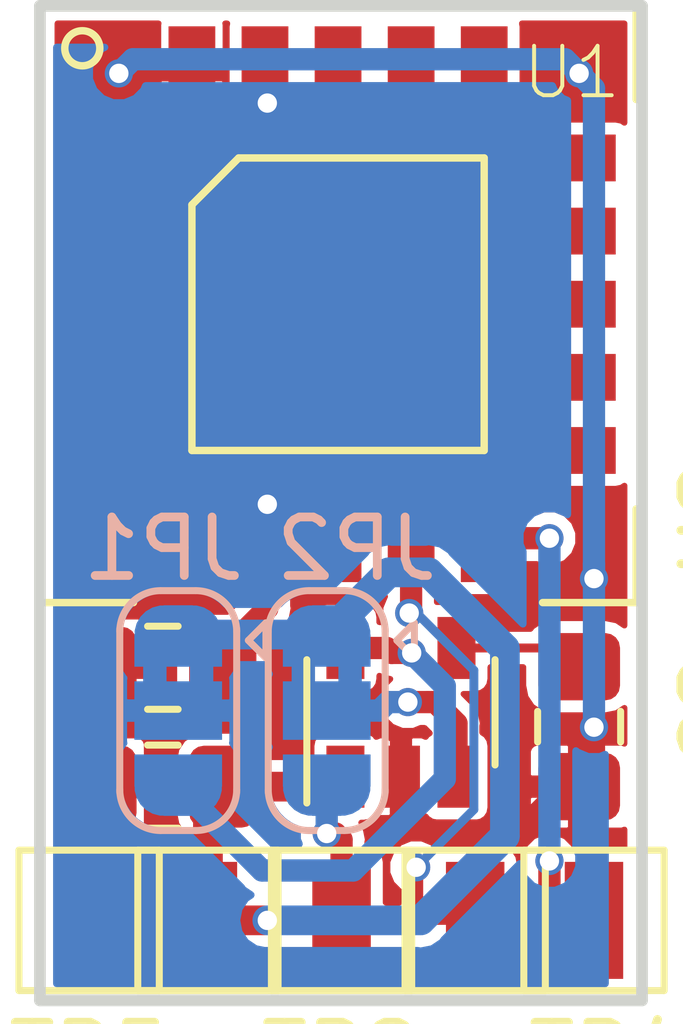
<source format=kicad_pcb>
(kicad_pcb (version 20171130) (host pcbnew 5.0.2+dfsg1-1)

  (general
    (thickness 1.6)
    (drawings 4)
    (tracks 112)
    (zones 0)
    (modules 12)
    (nets 10)
  )

  (page A4)
  (layers
    (0 F.Cu signal)
    (31 B.Cu signal)
    (32 B.Adhes user hide)
    (33 F.Adhes user hide)
    (34 B.Paste user hide)
    (35 F.Paste user hide)
    (36 B.SilkS user hide)
    (37 F.SilkS user hide)
    (38 B.Mask user hide)
    (39 F.Mask user hide)
    (40 Dwgs.User user hide)
    (41 Cmts.User user hide)
    (42 Eco1.User user hide)
    (43 Eco2.User user hide)
    (44 Edge.Cuts user)
    (45 Margin user)
    (46 B.CrtYd user hide)
    (47 F.CrtYd user hide)
    (48 B.Fab user hide)
    (49 F.Fab user hide)
  )

  (setup
    (last_trace_width 0.381)
    (user_trace_width 0.1524)
    (user_trace_width 0.254)
    (user_trace_width 0.381)
    (user_trace_width 0.508)
    (user_trace_width 0.8128)
    (trace_clearance 0.2)
    (zone_clearance 0.15)
    (zone_45_only no)
    (trace_min 0.15)
    (segment_width 0.2)
    (edge_width 0.15)
    (via_size 0.8)
    (via_drill 0.4)
    (via_min_size 0.4)
    (via_min_drill 0.25)
    (user_via 0.4826 0.3302)
    (user_via 0.5 0.4)
    (user_via 1.905 0.254)
    (uvia_size 0.3)
    (uvia_drill 0.1)
    (uvias_allowed no)
    (uvia_min_size 0.2)
    (uvia_min_drill 0.1)
    (pcb_text_width 0.3)
    (pcb_text_size 1.5 1.5)
    (mod_edge_width 0.15)
    (mod_text_size 1 1)
    (mod_text_width 0.15)
    (pad_size 1 2)
    (pad_drill 0)
    (pad_to_mask_clearance 0.051)
    (solder_mask_min_width 0.25)
    (aux_axis_origin 0 0)
    (visible_elements FFFFFF7F)
    (pcbplotparams
      (layerselection 0x010fc_ffffffff)
      (usegerberextensions false)
      (usegerberattributes false)
      (usegerberadvancedattributes false)
      (creategerberjobfile false)
      (excludeedgelayer true)
      (linewidth 0.100000)
      (plotframeref false)
      (viasonmask false)
      (mode 1)
      (useauxorigin false)
      (hpglpennumber 1)
      (hpglpenspeed 20)
      (hpglpendiameter 15.000000)
      (psnegative false)
      (psa4output false)
      (plotreference true)
      (plotvalue true)
      (plotinvisibletext false)
      (padsonsilk false)
      (subtractmaskfromsilk false)
      (outputformat 1)
      (mirror false)
      (drillshape 1)
      (scaleselection 1)
      (outputdirectory ""))
  )

  (net 0 "")
  (net 1 Vin)
  (net 2 GPIO0)
  (net 3 SCL)
  (net 4 SDA)
  (net 5 GND)
  (net 6 "Net-(JP2-Pad2)")
  (net 7 "Net-(C2-Pad1)")
  (net 8 "Net-(JP1-Pad3)")
  (net 9 "Net-(C3-Pad1)")

  (net_class Default "This is the default net class."
    (clearance 0.2)
    (trace_width 0.25)
    (via_dia 0.8)
    (via_drill 0.4)
    (uvia_dia 0.3)
    (uvia_drill 0.1)
    (add_net GND)
    (add_net GPIO0)
    (add_net "Net-(C2-Pad1)")
    (add_net "Net-(C3-Pad1)")
    (add_net "Net-(JP1-Pad3)")
    (add_net "Net-(JP2-Pad2)")
    (add_net SCL)
    (add_net SDA)
    (add_net Vin)
  )

  (module scd40:SCD40-D-R2 (layer F.Cu) (tedit 0) (tstamp 612C8135)
    (at 149.8 93.1)
    (path /612090E9)
    (fp_text reference U1 (at 4.886 -4.454) (layer F.SilkS)
      (effects (font (size 0.84455 0.84455) (thickness 0.067564)) (justify right top))
    )
    (fp_text value SCD40-D-R2 (at 0 0) (layer F.SilkS) hide
      (effects (font (size 1.27 1.27) (thickness 0.15)))
    )
    (fp_line (start -5.05 5.05) (end 5.05 5.05) (layer Cmts.User) (width 0.127))
    (fp_line (start -5.05 5.05) (end -5.05 -5.05) (layer Cmts.User) (width 0.127))
    (fp_line (start 5.05 5.05) (end 5.05 -5.05) (layer Cmts.User) (width 0.127))
    (fp_line (start 5.05 -5.05) (end -5.05 -5.05) (layer Cmts.User) (width 0.127))
    (fp_line (start -4.25 2.65) (end -4.25 -2.65) (layer Cmts.User) (width 0.127))
    (fp_line (start 4.25 2.65) (end 4.25 -2.65) (layer Cmts.User) (width 0.127))
    (fp_line (start 2.65 -4.25) (end -2.65 -4.25) (layer Cmts.User) (width 0.127))
    (fp_line (start 2.65 4.25) (end -2.65 4.25) (layer Cmts.User) (width 0.127))
    (fp_arc (start -2.65 -2.65) (end -4.25 -2.65) (angle 90) (layer Cmts.User) (width 0.127))
    (fp_arc (start 2.65 -2.65) (end 2.65 -4.25) (angle 90) (layer Cmts.User) (width 0.127))
    (fp_arc (start -2.65 -2.65) (end -4.25 -2.65) (angle 90) (layer Cmts.User) (width 0.127))
    (fp_arc (start -2.65 2.65) (end -2.65 4.25) (angle 90) (layer Cmts.User) (width 0.127))
    (fp_arc (start 2.65 2.65) (end 4.25 2.65) (angle 90) (layer Cmts.User) (width 0.127))
    (fp_line (start 2.5 -2.5) (end 2.5 2.5) (layer F.SilkS) (width 0.127))
    (fp_line (start -2.5 2.5) (end -2.5 -1.7) (layer F.SilkS) (width 0.127))
    (fp_line (start 2.5 2.5) (end -2.5 2.5) (layer F.SilkS) (width 0.127))
    (fp_line (start -2.5 -1.7) (end -1.7 -2.5) (layer F.SilkS) (width 0.127))
    (fp_line (start 2.5 -2.5) (end -1.7 -2.5) (layer F.SilkS) (width 0.127))
    (fp_poly (pts (xy -4.75 -2.1) (xy -3.25 -2.1) (xy -3.25 -2.65) (xy -3.5 -2.9)
      (xy -4.75 -2.9)) (layer Dwgs.User) (width 0))
    (fp_poly (pts (xy -3.45 -3) (xy -3.15 -2.7) (xy -3.15 -2) (xy -4.85 -2)
      (xy -4.85 -3)) (layer F.Mask) (width 0))
    (fp_circle (center -4.375 -4.375) (end -4.075 -4.375) (layer F.SilkS) (width 0.127))
    (fp_line (start -5.1 5.1) (end -3.5 5.1) (layer F.SilkS) (width 0.127))
    (fp_line (start -5.1 5.1) (end -5.1 3.5) (layer F.SilkS) (width 0.127))
    (fp_line (start 5.1 5.1) (end 5.1 3.5) (layer F.SilkS) (width 0.127))
    (fp_line (start 5.1 5.1) (end 3.5 5.1) (layer F.SilkS) (width 0.127))
    (fp_line (start 5.1 -5.1) (end 3.5 -5.1) (layer F.SilkS) (width 0.127))
    (fp_line (start 5.1 -5.1) (end 5.1 -3.5) (layer F.SilkS) (width 0.127))
    (fp_line (start -5.1 -5.1) (end -5.1 -3.5) (layer F.SilkS) (width 0.127))
    (fp_line (start -5.1 -5.1) (end -3.5 -5.1) (layer F.SilkS) (width 0.127))
    (fp_poly (pts (xy -4.75 -2.9) (xy -4.75 -2.1) (xy -3.25 -2.1) (xy -3.25 -2.65)
      (xy -3.5 -2.9)) (layer F.Paste) (width 0))
    (pad 21 smd roundrect (at 0 0) (size 4.8 4.8) (layers F.Cu F.Paste F.Mask) (roundrect_rratio 0.025)
      (net 5 GND) (solder_mask_margin 0.1016))
    (pad 1 smd rect (at -4 -2.5 90) (size 0.8 0.8) (layers F.Cu F.Paste F.Mask)
      (solder_mask_margin 0.1016))
    (pad 2 smd rect (at -4 -1.25 90) (size 0.8 1.5) (layers F.Cu F.Paste F.Mask)
      (solder_mask_margin 0.1016))
    (pad 3 smd rect (at -4 0 90) (size 0.8 1.5) (layers F.Cu F.Paste F.Mask)
      (solder_mask_margin 0.1016))
    (pad 4 smd rect (at -4 1.25 90) (size 0.8 1.5) (layers F.Cu F.Paste F.Mask)
      (solder_mask_margin 0.1016))
    (pad 5 smd rect (at -4 2.5 90) (size 0.8 1.5) (layers F.Cu F.Paste F.Mask)
      (solder_mask_margin 0.1016))
    (pad 6 smd rect (at -2.5 4 180) (size 0.8 1.5) (layers F.Cu F.Paste F.Mask)
      (net 5 GND) (solder_mask_margin 0.1016))
    (pad 7 smd rect (at -1.25 4 180) (size 0.8 1.5) (layers F.Cu F.Paste F.Mask)
      (net 9 "Net-(C3-Pad1)") (solder_mask_margin 0.1016))
    (pad 8 smd rect (at 0 4 180) (size 0.8 1.5) (layers F.Cu F.Paste F.Mask)
      (solder_mask_margin 0.1016))
    (pad 9 smd rect (at 1.25 4 180) (size 0.8 1.5) (layers F.Cu F.Paste F.Mask)
      (net 3 SCL) (solder_mask_margin 0.1016))
    (pad 10 smd rect (at 2.5 4 180) (size 0.8 1.5) (layers F.Cu F.Paste F.Mask)
      (net 4 SDA) (solder_mask_margin 0.1016))
    (pad 11 smd rect (at 4 2.5 270) (size 0.8 1.5) (layers F.Cu F.Paste F.Mask)
      (solder_mask_margin 0.1016))
    (pad 12 smd rect (at 4 1.25 270) (size 0.8 1.5) (layers F.Cu F.Paste F.Mask)
      (solder_mask_margin 0.1016))
    (pad 13 smd rect (at 4 0 270) (size 0.8 1.5) (layers F.Cu F.Paste F.Mask)
      (solder_mask_margin 0.1016))
    (pad 14 smd rect (at 4 -1.25 270) (size 0.8 1.5) (layers F.Cu F.Paste F.Mask)
      (solder_mask_margin 0.1016))
    (pad 15 smd rect (at 4 -2.5 270) (size 0.8 1.5) (layers F.Cu F.Paste F.Mask)
      (solder_mask_margin 0.1016))
    (pad 16 smd rect (at 2.5 -4) (size 0.8 1.5) (layers F.Cu F.Paste F.Mask)
      (solder_mask_margin 0.1016))
    (pad 17 smd rect (at 1.25 -4) (size 0.8 1.5) (layers F.Cu F.Paste F.Mask)
      (solder_mask_margin 0.1016))
    (pad 18 smd rect (at 0 -4) (size 0.8 1.5) (layers F.Cu F.Paste F.Mask)
      (solder_mask_margin 0.1016))
    (pad 19 smd rect (at -1.25 -4) (size 0.8 1.5) (layers F.Cu F.Paste F.Mask)
      (net 9 "Net-(C3-Pad1)") (solder_mask_margin 0.1016))
    (pad 20 smd rect (at -2.5 -4) (size 0.8 1.5) (layers F.Cu F.Paste F.Mask)
      (net 5 GND) (solder_mask_margin 0.1016))
  )

  (module Capacitor_SMD:C_0805_2012Metric_Pad1.15x1.40mm_HandSolder (layer F.Cu) (tedit 5B36C52B) (tstamp 612C8F90)
    (at 146.803 99.314 180)
    (descr "Capacitor SMD 0805 (2012 Metric), square (rectangular) end terminal, IPC_7351 nominal with elongated pad for handsoldering. (Body size source: https://docs.google.com/spreadsheets/d/1BsfQQcO9C6DZCsRaXUlFlo91Tg2WpOkGARC1WS5S8t0/edit?usp=sharing), generated with kicad-footprint-generator")
    (tags "capacitor handsolder")
    (path /61209EE7)
    (attr smd)
    (fp_text reference C3 (at 4.055 0 180) (layer F.SilkS)
      (effects (font (size 1 1) (thickness 0.15)))
    )
    (fp_text value 1uF (at 0 1.65 180) (layer F.Fab)
      (effects (font (size 1 1) (thickness 0.15)))
    )
    (fp_text user %R (at 0 0 180) (layer F.Fab)
      (effects (font (size 0.5 0.5) (thickness 0.08)))
    )
    (fp_line (start 1.85 0.95) (end -1.85 0.95) (layer F.CrtYd) (width 0.05))
    (fp_line (start 1.85 -0.95) (end 1.85 0.95) (layer F.CrtYd) (width 0.05))
    (fp_line (start -1.85 -0.95) (end 1.85 -0.95) (layer F.CrtYd) (width 0.05))
    (fp_line (start -1.85 0.95) (end -1.85 -0.95) (layer F.CrtYd) (width 0.05))
    (fp_line (start -0.261252 0.71) (end 0.261252 0.71) (layer F.SilkS) (width 0.12))
    (fp_line (start -0.261252 -0.71) (end 0.261252 -0.71) (layer F.SilkS) (width 0.12))
    (fp_line (start 1 0.6) (end -1 0.6) (layer F.Fab) (width 0.1))
    (fp_line (start 1 -0.6) (end 1 0.6) (layer F.Fab) (width 0.1))
    (fp_line (start -1 -0.6) (end 1 -0.6) (layer F.Fab) (width 0.1))
    (fp_line (start -1 0.6) (end -1 -0.6) (layer F.Fab) (width 0.1))
    (pad 2 smd roundrect (at 1.025 0 180) (size 1.15 1.4) (layers F.Cu F.Paste F.Mask) (roundrect_rratio 0.217391)
      (net 5 GND))
    (pad 1 smd roundrect (at -1.025 0 180) (size 1.15 1.4) (layers F.Cu F.Paste F.Mask) (roundrect_rratio 0.217391)
      (net 9 "Net-(C3-Pad1)"))
    (model ${KISYS3DMOD}/Capacitor_SMD.3dshapes/C_0805_2012Metric.wrl
      (at (xyz 0 0 0))
      (scale (xyz 1 1 1))
      (rotate (xyz 0 0 0))
    )
  )

  (module Capacitor_SMD:C_0805_2012Metric_Pad1.15x1.40mm_HandSolder (layer F.Cu) (tedit 612077D9) (tstamp 612C8B66)
    (at 153.924 100.321 270)
    (descr "Capacitor SMD 0805 (2012 Metric), square (rectangular) end terminal, IPC_7351 nominal with elongated pad for handsoldering. (Body size source: https://docs.google.com/spreadsheets/d/1BsfQQcO9C6DZCsRaXUlFlo91Tg2WpOkGARC1WS5S8t0/edit?usp=sharing), generated with kicad-footprint-generator")
    (tags "capacitor handsolder")
    (path /61209EA1)
    (attr smd)
    (fp_text reference C2 (at -0.245 -2.286 270) (layer F.SilkS)
      (effects (font (size 1 1) (thickness 0.15)))
    )
    (fp_text value .01uF (at 0 1.65 270) (layer F.Fab)
      (effects (font (size 1 1) (thickness 0.15)))
    )
    (fp_text user %R (at 0 0 270) (layer F.Fab)
      (effects (font (size 0.5 0.5) (thickness 0.08)))
    )
    (fp_line (start 1.85 0.95) (end -1.85 0.95) (layer F.CrtYd) (width 0.05))
    (fp_line (start 1.85 -0.95) (end 1.85 0.95) (layer F.CrtYd) (width 0.05))
    (fp_line (start -1.85 -0.95) (end 1.85 -0.95) (layer F.CrtYd) (width 0.05))
    (fp_line (start -1.85 0.95) (end -1.85 -0.95) (layer F.CrtYd) (width 0.05))
    (fp_line (start -0.261252 0.71) (end 0.261252 0.71) (layer F.SilkS) (width 0.12))
    (fp_line (start -0.261252 -0.71) (end 0.261252 -0.71) (layer F.SilkS) (width 0.12))
    (fp_line (start 1 0.6) (end -1 0.6) (layer F.Fab) (width 0.1))
    (fp_line (start 1 -0.6) (end 1 0.6) (layer F.Fab) (width 0.1))
    (fp_line (start -1 -0.6) (end 1 -0.6) (layer F.Fab) (width 0.1))
    (fp_line (start -1 0.6) (end -1 -0.6) (layer F.Fab) (width 0.1))
    (pad 2 smd roundrect (at 1.025 0 270) (size 1.15 1.4) (layers F.Cu F.Paste F.Mask) (roundrect_rratio 0.217391)
      (net 5 GND))
    (pad 1 smd roundrect (at -1.025 0 270) (size 1.15 1.4) (layers F.Cu F.Paste F.Mask) (roundrect_rratio 0.217391)
      (net 7 "Net-(C2-Pad1)"))
    (model ${KISYS3DMOD}/Capacitor_SMD.3dshapes/C_0805_2012Metric.wrl
      (at (xyz 0 0 0))
      (scale (xyz 1 1 1))
      (rotate (xyz 0 0 0))
    )
  )

  (module Capacitor_SMD:C_0805_2012Metric_Pad1.15x1.40mm_HandSolder (layer F.Cu) (tedit 5B36C52B) (tstamp 612C8F6E)
    (at 146.803 101.346 180)
    (descr "Capacitor SMD 0805 (2012 Metric), square (rectangular) end terminal, IPC_7351 nominal with elongated pad for handsoldering. (Body size source: https://docs.google.com/spreadsheets/d/1BsfQQcO9C6DZCsRaXUlFlo91Tg2WpOkGARC1WS5S8t0/edit?usp=sharing), generated with kicad-footprint-generator")
    (tags "capacitor handsolder")
    (path /61209E71)
    (attr smd)
    (fp_text reference C1 (at 4.055 0 180) (layer F.SilkS)
      (effects (font (size 1 1) (thickness 0.15)))
    )
    (fp_text value .1uF (at 0 1.65 180) (layer F.Fab)
      (effects (font (size 1 1) (thickness 0.15)))
    )
    (fp_text user %R (at 0 0 180) (layer F.Fab)
      (effects (font (size 0.5 0.5) (thickness 0.08)))
    )
    (fp_line (start 1.85 0.95) (end -1.85 0.95) (layer F.CrtYd) (width 0.05))
    (fp_line (start 1.85 -0.95) (end 1.85 0.95) (layer F.CrtYd) (width 0.05))
    (fp_line (start -1.85 -0.95) (end 1.85 -0.95) (layer F.CrtYd) (width 0.05))
    (fp_line (start -1.85 0.95) (end -1.85 -0.95) (layer F.CrtYd) (width 0.05))
    (fp_line (start -0.261252 0.71) (end 0.261252 0.71) (layer F.SilkS) (width 0.12))
    (fp_line (start -0.261252 -0.71) (end 0.261252 -0.71) (layer F.SilkS) (width 0.12))
    (fp_line (start 1 0.6) (end -1 0.6) (layer F.Fab) (width 0.1))
    (fp_line (start 1 -0.6) (end 1 0.6) (layer F.Fab) (width 0.1))
    (fp_line (start -1 -0.6) (end 1 -0.6) (layer F.Fab) (width 0.1))
    (fp_line (start -1 0.6) (end -1 -0.6) (layer F.Fab) (width 0.1))
    (pad 2 smd roundrect (at 1.025 0 180) (size 1.15 1.4) (layers F.Cu F.Paste F.Mask) (roundrect_rratio 0.217391)
      (net 5 GND))
    (pad 1 smd roundrect (at -1.025 0 180) (size 1.15 1.4) (layers F.Cu F.Paste F.Mask) (roundrect_rratio 0.217391)
      (net 1 Vin))
    (model ${KISYS3DMOD}/Capacitor_SMD.3dshapes/C_0805_2012Metric.wrl
      (at (xyz 0 0 0))
      (scale (xyz 1 1 1))
      (rotate (xyz 0 0 0))
    )
  )

  (module Jumper:SolderJumper-3_P1.3mm_Bridged2Bar12_RoundedPad1.0x1.5mm (layer B.Cu) (tedit 5B39197B) (tstamp 612C8F5D)
    (at 149.606 100.046 270)
    (descr "SMD Solder 3-pad Jumper, 1x1.5mm rounded Pads, 0.3mm gap, pads 1-2 Bridged2Bar with 2 copper strip")
    (tags "solder jumper open")
    (path /6120FF72)
    (attr virtual)
    (fp_text reference JP2 (at -2.764 -0.508) (layer B.SilkS)
      (effects (font (size 1 1) (thickness 0.15)) (justify mirror))
    )
    (fp_text value "EN SEL" (at 0 -1.9 270) (layer B.Fab)
      (effects (font (size 1 1) (thickness 0.15)) (justify mirror))
    )
    (fp_arc (start -1.35 0.3) (end -1.35 1) (angle 90) (layer B.SilkS) (width 0.12))
    (fp_arc (start -1.35 -0.3) (end -2.05 -0.3) (angle 90) (layer B.SilkS) (width 0.12))
    (fp_arc (start 1.35 -0.3) (end 1.35 -1) (angle 90) (layer B.SilkS) (width 0.12))
    (fp_arc (start 1.35 0.3) (end 2.05 0.3) (angle 90) (layer B.SilkS) (width 0.12))
    (fp_line (start 2.3 -1.25) (end -2.3 -1.25) (layer B.CrtYd) (width 0.05))
    (fp_line (start 2.3 -1.25) (end 2.3 1.25) (layer B.CrtYd) (width 0.05))
    (fp_line (start -2.3 1.25) (end -2.3 -1.25) (layer B.CrtYd) (width 0.05))
    (fp_line (start -2.3 1.25) (end 2.3 1.25) (layer B.CrtYd) (width 0.05))
    (fp_line (start -1.4 1) (end 1.4 1) (layer B.SilkS) (width 0.12))
    (fp_line (start 2.05 0.3) (end 2.05 -0.3) (layer B.SilkS) (width 0.12))
    (fp_line (start 1.4 -1) (end -1.4 -1) (layer B.SilkS) (width 0.12))
    (fp_line (start -2.05 -0.3) (end -2.05 0.3) (layer B.SilkS) (width 0.12))
    (fp_line (start -1.2 -1.2) (end -1.5 -1.5) (layer B.SilkS) (width 0.12))
    (fp_line (start -1.5 -1.5) (end -0.9 -1.5) (layer B.SilkS) (width 0.12))
    (fp_line (start -1.2 -1.2) (end -0.9 -1.5) (layer B.SilkS) (width 0.12))
    (pad 2 smd rect (at 0 0 270) (size 1 1.5) (layers B.Cu B.Mask)
      (net 6 "Net-(JP2-Pad2)"))
    (pad 3 smd custom (at 1.3 0 270) (size 1 0.5) (layers B.Cu B.Mask)
      (net 2 GPIO0) (zone_connect 0)
      (options (clearance outline) (anchor rect))
      (primitives
        (gr_circle (center 0 -0.25) (end 0.5 -0.25) (width 0))
        (gr_circle (center 0 0.25) (end 0.5 0.25) (width 0))
        (gr_poly (pts
           (xy -0.55 0.75) (xy 0 0.75) (xy 0 -0.75) (xy -0.55 -0.75)) (width 0))
      ))
    (pad 1 smd custom (at -1.3 0 270) (size 1 0.5) (layers B.Cu B.Mask)
      (net 1 Vin) (zone_connect 0)
      (options (clearance outline) (anchor rect))
      (primitives
        (gr_circle (center 0 -0.25) (end 0.5 -0.25) (width 0))
        (gr_circle (center 0 0.25) (end 0.5 0.25) (width 0))
        (gr_poly (pts
           (xy 0.55 0.75) (xy 0 0.75) (xy 0 -0.75) (xy 0.55 -0.75)) (width 0))
        (gr_poly (pts
           (xy 0.4 0.6) (xy 0.9 0.6) (xy 0.9 0.2) (xy 0.4 0.2)) (width 0))
        (gr_poly (pts
           (xy 0.4 -0.2) (xy 0.9 -0.2) (xy 0.9 -0.6) (xy 0.4 -0.6)) (width 0))
      ))
  )

  (module Jumper:SolderJumper-3_P1.3mm_Bridged2Bar12_RoundedPad1.0x1.5mm (layer B.Cu) (tedit 5B39197B) (tstamp 612C9032)
    (at 147.066 100.046 270)
    (descr "SMD Solder 3-pad Jumper, 1x1.5mm rounded Pads, 0.3mm gap, pads 1-2 Bridged2Bar with 2 copper strip")
    (tags "solder jumper open")
    (path /6120973C)
    (attr virtual)
    (fp_text reference JP1 (at -2.764 0.254) (layer B.SilkS)
      (effects (font (size 1 1) (thickness 0.15)) (justify mirror))
    )
    (fp_text value "V SELECT" (at 0 -1.9 270) (layer B.Fab)
      (effects (font (size 1 1) (thickness 0.15)) (justify mirror))
    )
    (fp_arc (start -1.35 0.3) (end -1.35 1) (angle 90) (layer B.SilkS) (width 0.12))
    (fp_arc (start -1.35 -0.3) (end -2.05 -0.3) (angle 90) (layer B.SilkS) (width 0.12))
    (fp_arc (start 1.35 -0.3) (end 1.35 -1) (angle 90) (layer B.SilkS) (width 0.12))
    (fp_arc (start 1.35 0.3) (end 2.05 0.3) (angle 90) (layer B.SilkS) (width 0.12))
    (fp_line (start 2.3 -1.25) (end -2.3 -1.25) (layer B.CrtYd) (width 0.05))
    (fp_line (start 2.3 -1.25) (end 2.3 1.25) (layer B.CrtYd) (width 0.05))
    (fp_line (start -2.3 1.25) (end -2.3 -1.25) (layer B.CrtYd) (width 0.05))
    (fp_line (start -2.3 1.25) (end 2.3 1.25) (layer B.CrtYd) (width 0.05))
    (fp_line (start -1.4 1) (end 1.4 1) (layer B.SilkS) (width 0.12))
    (fp_line (start 2.05 0.3) (end 2.05 -0.3) (layer B.SilkS) (width 0.12))
    (fp_line (start 1.4 -1) (end -1.4 -1) (layer B.SilkS) (width 0.12))
    (fp_line (start -2.05 -0.3) (end -2.05 0.3) (layer B.SilkS) (width 0.12))
    (fp_line (start -1.2 -1.2) (end -1.5 -1.5) (layer B.SilkS) (width 0.12))
    (fp_line (start -1.5 -1.5) (end -0.9 -1.5) (layer B.SilkS) (width 0.12))
    (fp_line (start -1.2 -1.2) (end -0.9 -1.5) (layer B.SilkS) (width 0.12))
    (pad 2 smd rect (at 0 0 270) (size 1 1.5) (layers B.Cu B.Mask)
      (net 9 "Net-(C3-Pad1)"))
    (pad 3 smd custom (at 1.3 0 270) (size 1 0.5) (layers B.Cu B.Mask)
      (net 8 "Net-(JP1-Pad3)") (zone_connect 0)
      (options (clearance outline) (anchor rect))
      (primitives
        (gr_circle (center 0 -0.25) (end 0.5 -0.25) (width 0))
        (gr_circle (center 0 0.25) (end 0.5 0.25) (width 0))
        (gr_poly (pts
           (xy -0.55 0.75) (xy 0 0.75) (xy 0 -0.75) (xy -0.55 -0.75)) (width 0))
      ))
    (pad 1 smd custom (at -1.3 0 270) (size 1 0.5) (layers B.Cu B.Mask)
      (net 1 Vin) (zone_connect 0)
      (options (clearance outline) (anchor rect))
      (primitives
        (gr_circle (center 0 -0.25) (end 0.5 -0.25) (width 0))
        (gr_circle (center 0 0.25) (end 0.5 0.25) (width 0))
        (gr_poly (pts
           (xy 0.55 0.75) (xy 0 0.75) (xy 0 -0.75) (xy 0.55 -0.75)) (width 0))
        (gr_poly (pts
           (xy 0.4 0.6) (xy 0.9 0.6) (xy 0.9 0.2) (xy 0.4 0.2)) (width 0))
        (gr_poly (pts
           (xy 0.4 -0.2) (xy 0.9 -0.2) (xy 0.9 -0.6) (xy 0.4 -0.6)) (width 0))
      ))
  )

  (module Package_TO_SOT_SMD:SOT-23-5 (layer F.Cu) (tedit 5A02FF57) (tstamp 612C8331)
    (at 150.876 100.076 90)
    (descr "5-pin SOT23 package")
    (tags SOT-23-5)
    (path /6120960D)
    (attr smd)
    (fp_text reference U2 (at 3.302 5.334 90) (layer F.SilkS)
      (effects (font (size 1 1) (thickness 0.15)))
    )
    (fp_text value NJM2882F33 (at 0 2.9 90) (layer F.Fab)
      (effects (font (size 1 1) (thickness 0.15)))
    )
    (fp_line (start 0.9 -1.55) (end 0.9 1.55) (layer F.Fab) (width 0.1))
    (fp_line (start 0.9 1.55) (end -0.9 1.55) (layer F.Fab) (width 0.1))
    (fp_line (start -0.9 -0.9) (end -0.9 1.55) (layer F.Fab) (width 0.1))
    (fp_line (start 0.9 -1.55) (end -0.25 -1.55) (layer F.Fab) (width 0.1))
    (fp_line (start -0.9 -0.9) (end -0.25 -1.55) (layer F.Fab) (width 0.1))
    (fp_line (start -1.9 1.8) (end -1.9 -1.8) (layer F.CrtYd) (width 0.05))
    (fp_line (start 1.9 1.8) (end -1.9 1.8) (layer F.CrtYd) (width 0.05))
    (fp_line (start 1.9 -1.8) (end 1.9 1.8) (layer F.CrtYd) (width 0.05))
    (fp_line (start -1.9 -1.8) (end 1.9 -1.8) (layer F.CrtYd) (width 0.05))
    (fp_line (start 0.9 -1.61) (end -1.55 -1.61) (layer F.SilkS) (width 0.12))
    (fp_line (start -0.9 1.61) (end 0.9 1.61) (layer F.SilkS) (width 0.12))
    (fp_text user %R (at 0 0 180) (layer F.Fab)
      (effects (font (size 0.5 0.5) (thickness 0.075)))
    )
    (pad 5 smd rect (at 1.1 -0.95 90) (size 1.06 0.65) (layers F.Cu F.Paste F.Mask)
      (net 8 "Net-(JP1-Pad3)"))
    (pad 4 smd rect (at 1.1 0.95 90) (size 1.06 0.65) (layers F.Cu F.Paste F.Mask)
      (net 7 "Net-(C2-Pad1)"))
    (pad 3 smd rect (at -1.1 0.95 90) (size 1.06 0.65) (layers F.Cu F.Paste F.Mask)
      (net 6 "Net-(JP2-Pad2)"))
    (pad 2 smd rect (at -1.1 0 90) (size 1.06 0.65) (layers F.Cu F.Paste F.Mask)
      (net 5 GND))
    (pad 1 smd rect (at -1.1 -0.95 90) (size 1.06 0.65) (layers F.Cu F.Paste F.Mask)
      (net 1 Vin))
    (model ${KISYS3DMOD}/Package_TO_SOT_SMD.3dshapes/SOT-23-5.wrl
      (at (xyz 0 0 0))
      (scale (xyz 1 1 1))
      (rotate (xyz 0 0 0))
    )
  )

  (module TestPoint:TestPoint_Pad_2.0x2.0mm (layer F.Cu) (tedit 61201B4B) (tstamp 612C8A81)
    (at 145.542 103.632)
    (descr "SMD rectangular pad as test Point, square 2.0mm side length")
    (tags "test point SMD pad rectangle square")
    (path /61213A6A)
    (attr virtual)
    (fp_text reference TP5 (at 0 2.286) (layer F.SilkS)
      (effects (font (size 1 1) (thickness 0.15)))
    )
    (fp_text value TestPoint (at 0 2.05) (layer F.Fab)
      (effects (font (size 1 1) (thickness 0.15)))
    )
    (fp_line (start 1.5 1.5) (end -1.5 1.5) (layer F.CrtYd) (width 0.05))
    (fp_line (start 1.5 1.5) (end 1.5 -1.5) (layer F.CrtYd) (width 0.05))
    (fp_line (start -1.5 -1.5) (end -1.5 1.5) (layer F.CrtYd) (width 0.05))
    (fp_line (start -1.5 -1.5) (end 1.5 -1.5) (layer F.CrtYd) (width 0.05))
    (fp_line (start -1.2 1.2) (end -1.2 -1.2) (layer F.SilkS) (width 0.12))
    (fp_line (start 1.2 1.2) (end -1.2 1.2) (layer F.SilkS) (width 0.12))
    (fp_line (start 1.2 -1.2) (end 1.2 1.2) (layer F.SilkS) (width 0.12))
    (fp_line (start -1.2 -1.2) (end 1.2 -1.2) (layer F.SilkS) (width 0.12))
    (fp_text user %R (at 0 -2) (layer F.Fab)
      (effects (font (size 1 1) (thickness 0.15)))
    )
    (pad 1 smd rect (at 0 0) (size 1 2) (layers F.Cu F.Mask)
      (net 5 GND))
  )

  (module TestPoint:TestPoint_Pad_2.0x2.0mm (layer F.Cu) (tedit 612077E2) (tstamp 612C83C3)
    (at 154.178 103.632)
    (descr "SMD rectangular pad as test Point, square 2.0mm side length")
    (tags "test point SMD pad rectangle square")
    (path /612134BE)
    (attr virtual)
    (fp_text reference TP4 (at 0.254 2.286) (layer F.SilkS)
      (effects (font (size 1 1) (thickness 0.15)))
    )
    (fp_text value TestPoint (at 0 2.05) (layer F.Fab)
      (effects (font (size 1 1) (thickness 0.15)))
    )
    (fp_line (start 1.5 1.5) (end -1.5 1.5) (layer F.CrtYd) (width 0.05))
    (fp_line (start 1.5 1.5) (end 1.5 -1.5) (layer F.CrtYd) (width 0.05))
    (fp_line (start -1.5 -1.5) (end -1.5 1.5) (layer F.CrtYd) (width 0.05))
    (fp_line (start -1.5 -1.5) (end 1.5 -1.5) (layer F.CrtYd) (width 0.05))
    (fp_line (start -1.2 1.2) (end -1.2 -1.2) (layer F.SilkS) (width 0.12))
    (fp_line (start 1.2 1.2) (end -1.2 1.2) (layer F.SilkS) (width 0.12))
    (fp_line (start 1.2 -1.2) (end 1.2 1.2) (layer F.SilkS) (width 0.12))
    (fp_line (start -1.2 -1.2) (end 1.2 -1.2) (layer F.SilkS) (width 0.12))
    (fp_text user %R (at 0 -2) (layer F.Fab)
      (effects (font (size 1 1) (thickness 0.15)))
    )
    (pad 1 smd rect (at 0 0) (size 1 2) (layers F.Cu F.Mask)
      (net 4 SDA))
  )

  (module TestPoint:TestPoint_Pad_2.0x2.0mm (layer F.Cu) (tedit 61201B5D) (tstamp 612C8F00)
    (at 152.146 103.632)
    (descr "SMD rectangular pad as test Point, square 2.0mm side length")
    (tags "test point SMD pad rectangle square")
    (path /61212F57)
    (attr virtual)
    (fp_text reference TP3 (at 0 3.81) (layer F.SilkS)
      (effects (font (size 1 1) (thickness 0.15)))
    )
    (fp_text value TestPoint (at 0 2.05) (layer F.Fab)
      (effects (font (size 1 1) (thickness 0.15)))
    )
    (fp_line (start 1.5 1.5) (end -1.5 1.5) (layer F.CrtYd) (width 0.05))
    (fp_line (start 1.5 1.5) (end 1.5 -1.5) (layer F.CrtYd) (width 0.05))
    (fp_line (start -1.5 -1.5) (end -1.5 1.5) (layer F.CrtYd) (width 0.05))
    (fp_line (start -1.5 -1.5) (end 1.5 -1.5) (layer F.CrtYd) (width 0.05))
    (fp_line (start -1.2 1.2) (end -1.2 -1.2) (layer F.SilkS) (width 0.12))
    (fp_line (start 1.2 1.2) (end -1.2 1.2) (layer F.SilkS) (width 0.12))
    (fp_line (start 1.2 -1.2) (end 1.2 1.2) (layer F.SilkS) (width 0.12))
    (fp_line (start -1.2 -1.2) (end 1.2 -1.2) (layer F.SilkS) (width 0.12))
    (fp_text user %R (at 0 -2) (layer F.Fab)
      (effects (font (size 1 1) (thickness 0.15)))
    )
    (pad 1 smd rect (at 0 0) (size 1 2) (layers F.Cu F.Mask)
      (net 3 SCL))
  )

  (module TestPoint:TestPoint_Pad_2.0x2.0mm (layer F.Cu) (tedit 61201B62) (tstamp 612C8F6E)
    (at 149.86 103.632)
    (descr "SMD rectangular pad as test Point, square 2.0mm side length")
    (tags "test point SMD pad rectangle square")
    (path /61212A28)
    (attr virtual)
    (fp_text reference TP2 (at 0 2.286) (layer F.SilkS)
      (effects (font (size 1 1) (thickness 0.15)))
    )
    (fp_text value TestPoint (at 0 2.05) (layer F.Fab)
      (effects (font (size 1 1) (thickness 0.15)))
    )
    (fp_line (start 1.5 1.5) (end -1.5 1.5) (layer F.CrtYd) (width 0.05))
    (fp_line (start 1.5 1.5) (end 1.5 -1.5) (layer F.CrtYd) (width 0.05))
    (fp_line (start -1.5 -1.5) (end -1.5 1.5) (layer F.CrtYd) (width 0.05))
    (fp_line (start -1.5 -1.5) (end 1.5 -1.5) (layer F.CrtYd) (width 0.05))
    (fp_line (start -1.2 1.2) (end -1.2 -1.2) (layer F.SilkS) (width 0.12))
    (fp_line (start 1.2 1.2) (end -1.2 1.2) (layer F.SilkS) (width 0.12))
    (fp_line (start 1.2 -1.2) (end 1.2 1.2) (layer F.SilkS) (width 0.12))
    (fp_line (start -1.2 -1.2) (end 1.2 -1.2) (layer F.SilkS) (width 0.12))
    (fp_text user %R (at 0 -2) (layer F.Fab)
      (effects (font (size 1 1) (thickness 0.15)))
    )
    (pad 1 smd rect (at 0 0) (size 1 2) (layers F.Cu F.Mask)
      (net 2 GPIO0))
  )

  (module TestPoint:TestPoint_Pad_2.0x2.0mm (layer F.Cu) (tedit 61201B3B) (tstamp 612C829C)
    (at 147.574 103.632)
    (descr "SMD rectangular pad as test Point, square 2.0mm side length")
    (tags "test point SMD pad rectangle square")
    (path /61210F50)
    (attr virtual)
    (fp_text reference TP1 (at 0 3.81) (layer F.SilkS)
      (effects (font (size 1 1) (thickness 0.15)))
    )
    (fp_text value TestPoint (at 0 2.05) (layer F.Fab)
      (effects (font (size 1 1) (thickness 0.15)))
    )
    (fp_line (start 1.5 1.5) (end -1.5 1.5) (layer F.CrtYd) (width 0.05))
    (fp_line (start 1.5 1.5) (end 1.5 -1.5) (layer F.CrtYd) (width 0.05))
    (fp_line (start -1.5 -1.5) (end -1.5 1.5) (layer F.CrtYd) (width 0.05))
    (fp_line (start -1.5 -1.5) (end 1.5 -1.5) (layer F.CrtYd) (width 0.05))
    (fp_line (start -1.2 1.2) (end -1.2 -1.2) (layer F.SilkS) (width 0.12))
    (fp_line (start 1.2 1.2) (end -1.2 1.2) (layer F.SilkS) (width 0.12))
    (fp_line (start 1.2 -1.2) (end 1.2 1.2) (layer F.SilkS) (width 0.12))
    (fp_line (start -1.2 -1.2) (end 1.2 -1.2) (layer F.SilkS) (width 0.12))
    (fp_text user %R (at 0 -2) (layer F.Fab)
      (effects (font (size 1 1) (thickness 0.15)))
    )
    (pad 1 smd rect (at 0 0) (size 1 2) (layers F.Cu F.Mask)
      (net 1 Vin))
  )

  (gr_line (start 155 88) (end 144.7 88) (layer Edge.Cuts) (width 0.2))
  (gr_line (start 144.7 88) (end 144.7 105) (layer Edge.Cuts) (width 0.2))
  (gr_line (start 144.7 105) (end 155 105) (layer Edge.Cuts) (width 0.2))
  (gr_line (start 155 105) (end 155 88) (layer Edge.Cuts) (width 0.2))

  (segment (start 147.574 101.6) (end 147.828 101.346) (width 0.508) (layer F.Cu) (net 1))
  (segment (start 147.574 103.632) (end 147.574 101.6) (width 0.508) (layer F.Cu) (net 1))
  (segment (start 147.066 98.746) (end 149.606 98.746) (width 0.508) (layer B.Cu) (net 1))
  (segment (start 147.574 103.632) (end 148.59 103.632) (width 0.508) (layer F.Cu) (net 1))
  (via (at 148.59 103.632) (size 0.4826) (drill 0.3302) (layers F.Cu B.Cu) (net 1))
  (segment (start 149.756 101.346) (end 149.926 101.176) (width 0.508) (layer F.Cu) (net 1))
  (segment (start 147.828 101.346) (end 149.756 101.346) (width 0.508) (layer F.Cu) (net 1))
  (segment (start 152.654 102.190001) (end 151.212001 103.632) (width 0.508) (layer B.Cu) (net 1))
  (segment (start 149.606 98.746) (end 150.668597 97.683403) (width 0.508) (layer B.Cu) (net 1))
  (segment (start 151.351054 97.683403) (end 152.654 98.986349) (width 0.508) (layer B.Cu) (net 1))
  (segment (start 152.654 98.986349) (end 152.654 102.190001) (width 0.508) (layer B.Cu) (net 1))
  (segment (start 150.668597 97.683403) (end 151.351054 97.683403) (width 0.508) (layer B.Cu) (net 1))
  (segment (start 148.931249 103.632) (end 148.59 103.632) (width 0.508) (layer B.Cu) (net 1))
  (segment (start 151.212001 103.632) (end 148.931249 103.632) (width 0.508) (layer B.Cu) (net 1))
  (segment (start 149.86 101.346) (end 149.606 101.346) (width 0.381) (layer B.Cu) (net 2))
  (via (at 149.60598 102.147318) (size 0.4826) (drill 0.3302) (layers F.Cu B.Cu) (net 2))
  (segment (start 149.606 102.147298) (end 149.60598 102.147318) (width 0.381) (layer B.Cu) (net 2))
  (segment (start 149.756318 102.147318) (end 149.60598 102.147318) (width 0.381) (layer F.Cu) (net 2))
  (segment (start 149.606 101.346) (end 149.606 102.147298) (width 0.381) (layer B.Cu) (net 2))
  (segment (start 149.86 103.632) (end 149.86 102.251) (width 0.381) (layer F.Cu) (net 2))
  (segment (start 149.86 102.251) (end 149.756318 102.147318) (width 0.381) (layer F.Cu) (net 2))
  (segment (start 152.146 103.632) (end 151.4936 103.632) (width 0.1524) (layer F.Cu) (net 3))
  (segment (start 151.180671 102.728262) (end 151.176701 102.724292) (width 0.1524) (layer F.Cu) (net 3))
  (segment (start 151.180671 103.319071) (end 151.180671 102.728262) (width 0.1524) (layer F.Cu) (net 3))
  (segment (start 151.176701 102.724292) (end 151.136391 102.724292) (width 0.1524) (layer F.Cu) (net 3))
  (via (at 151.136391 102.724292) (size 0.4826) (drill 0.3302) (layers F.Cu B.Cu) (net 3))
  (segment (start 151.4936 103.632) (end 151.180671 103.319071) (width 0.1524) (layer F.Cu) (net 3))
  (via (at 151.017308 98.378705) (size 0.4826) (drill 0.3302) (layers F.Cu B.Cu) (net 3))
  (segment (start 151.136391 102.724292) (end 152.123789 101.736894) (width 0.1524) (layer B.Cu) (net 3))
  (segment (start 151.144297 98.378705) (end 151.017308 98.378705) (width 0.1524) (layer B.Cu) (net 3))
  (segment (start 152.123789 99.358197) (end 151.144297 98.378705) (width 0.1524) (layer B.Cu) (net 3))
  (segment (start 151.05 98.346013) (end 151.017308 98.378705) (width 0.381) (layer F.Cu) (net 3))
  (segment (start 151.05 97.1) (end 151.05 98.346013) (width 0.381) (layer F.Cu) (net 3))
  (segment (start 152.123789 101.736894) (end 152.123789 99.358197) (width 0.1524) (layer B.Cu) (net 3))
  (via (at 153.416 102.616) (size 0.4826) (drill 0.3302) (layers F.Cu B.Cu) (net 4))
  (segment (start 153.5256 103.632) (end 153.416 103.5224) (width 0.381) (layer F.Cu) (net 4))
  (segment (start 153.416 103.5224) (end 153.416 102.957249) (width 0.381) (layer F.Cu) (net 4))
  (segment (start 154.178 103.632) (end 153.5256 103.632) (width 0.381) (layer F.Cu) (net 4))
  (segment (start 153.416 102.957249) (end 153.416 102.616) (width 0.381) (layer F.Cu) (net 4))
  (segment (start 153.416 102.616) (end 153.416 97.1) (width 0.381) (layer B.Cu) (net 4))
  (via (at 153.416 97.1) (size 0.4826) (drill 0.3302) (layers F.Cu B.Cu) (net 4))
  (segment (start 152.3 97.1) (end 153.416 97.1) (width 0.381) (layer F.Cu) (net 4))
  (segment (start 147.3 90.6) (end 149.8 93.1) (width 0.381) (layer F.Cu) (net 5))
  (segment (start 147.3 89.1) (end 147.3 90.6) (width 0.381) (layer F.Cu) (net 5))
  (segment (start 147.3 95.6) (end 149.8 93.1) (width 0.381) (layer F.Cu) (net 5))
  (segment (start 147.3 97.1) (end 147.3 95.6) (width 0.381) (layer F.Cu) (net 5))
  (segment (start 145.542 101.582) (end 145.778 101.346) (width 0.381) (layer F.Cu) (net 5))
  (segment (start 145.542 103.632) (end 145.542 101.582) (width 0.381) (layer F.Cu) (net 5))
  (segment (start 150.364098 100.33) (end 146.794 100.33) (width 0.1524) (layer F.Cu) (net 5))
  (segment (start 150.876 101.176) (end 150.876 100.841902) (width 0.1524) (layer F.Cu) (net 5))
  (via (at 146.05 89.154) (size 0.4826) (drill 0.3302) (layers F.Cu B.Cu) (net 5))
  (segment (start 147.3 89.1) (end 146.104 89.1) (width 0.381) (layer F.Cu) (net 5))
  (segment (start 146.104 89.1) (end 146.05 89.154) (width 0.381) (layer F.Cu) (net 5))
  (segment (start 153.682701 88.912701) (end 153.924 89.154) (width 0.381) (layer B.Cu) (net 5))
  (via (at 153.924 89.154) (size 0.4826) (drill 0.3302) (layers F.Cu B.Cu) (net 5))
  (segment (start 146.05 89.154) (end 146.291299 88.912701) (width 0.381) (layer B.Cu) (net 5))
  (segment (start 146.291299 88.912701) (end 153.682701 88.912701) (width 0.381) (layer B.Cu) (net 5))
  (via (at 154.178 100.33) (size 0.4826) (drill 0.3302) (layers F.Cu B.Cu) (net 5))
  (segment (start 153.924 89.154) (end 154.178 89.408) (width 0.381) (layer B.Cu) (net 5))
  (segment (start 154.178 101.092) (end 153.924 101.346) (width 0.381) (layer F.Cu) (net 5))
  (segment (start 154.178 100.33) (end 154.178 101.092) (width 0.381) (layer F.Cu) (net 5))
  (via (at 154.178 97.79) (size 0.4826) (drill 0.3302) (layers F.Cu B.Cu) (net 5))
  (segment (start 154.178 97.536) (end 154.178 97.79) (width 0.381) (layer B.Cu) (net 5))
  (segment (start 154.178 97.536) (end 154.178 100.33) (width 0.381) (layer B.Cu) (net 5))
  (segment (start 154.178 89.408) (end 154.178 97.536) (width 0.381) (layer B.Cu) (net 5))
  (segment (start 145.778 97.1) (end 147.3 97.1) (width 0.381) (layer F.Cu) (net 5))
  (segment (start 145.778 101.346) (end 145.778 97.1) (width 0.381) (layer F.Cu) (net 5))
  (segment (start 145.778 100.33) (end 145.778 101.346) (width 0.381) (layer F.Cu) (net 5))
  (segment (start 146.794 100.33) (end 145.778 100.33) (width 0.381) (layer F.Cu) (net 5))
  (segment (start 150.881491 102.092491) (end 150.876 102.087) (width 0.381) (layer F.Cu) (net 5))
  (segment (start 151.443666 102.096501) (end 151.439656 102.092491) (width 0.381) (layer F.Cu) (net 5))
  (segment (start 150.876 102.087) (end 150.876 101.176) (width 0.381) (layer F.Cu) (net 5))
  (segment (start 151.439656 102.092491) (end 150.881491 102.092491) (width 0.381) (layer F.Cu) (net 5))
  (segment (start 153.924 101.092) (end 152.919499 102.096501) (width 0.381) (layer F.Cu) (net 5))
  (segment (start 152.919499 102.096501) (end 151.443666 102.096501) (width 0.381) (layer F.Cu) (net 5))
  (segment (start 150.622 100.33) (end 150.364098 100.33) (width 0.254) (layer F.Cu) (net 5))
  (segment (start 150.876 100.584) (end 150.622 100.33) (width 0.254) (layer F.Cu) (net 5))
  (segment (start 150.876 100.841902) (end 150.876 100.584) (width 0.254) (layer F.Cu) (net 5))
  (segment (start 151.826 101.176) (end 151.826 100.265) (width 0.381) (layer F.Cu) (net 6))
  (via (at 150.994364 99.900672) (size 0.4826) (drill 0.3302) (layers F.Cu B.Cu) (net 6))
  (segment (start 150.507787 100.046) (end 150.653115 99.900672) (width 0.381) (layer B.Cu) (net 6))
  (segment (start 151.335613 99.900672) (end 150.994364 99.900672) (width 0.381) (layer F.Cu) (net 6))
  (segment (start 151.826 100.265) (end 151.461672 99.900672) (width 0.381) (layer F.Cu) (net 6))
  (segment (start 149.86 100.046) (end 150.507787 100.046) (width 0.381) (layer B.Cu) (net 6))
  (segment (start 150.653115 99.900672) (end 150.994364 99.900672) (width 0.381) (layer B.Cu) (net 6))
  (segment (start 151.461672 99.900672) (end 151.335613 99.900672) (width 0.381) (layer F.Cu) (net 6))
  (segment (start 153.858 98.976) (end 153.924 99.042) (width 0.1524) (layer F.Cu) (net 7))
  (segment (start 151.826 98.976) (end 153.858 98.976) (width 0.1524) (layer F.Cu) (net 7))
  (segment (start 147.066 101.346) (end 148.499119 102.779119) (width 0.381) (layer B.Cu) (net 8))
  (via (at 151.059688 99.06) (size 0.4826) (drill 0.3302) (layers F.Cu B.Cu) (net 8))
  (segment (start 148.499119 102.779119) (end 150.059585 102.779119) (width 0.381) (layer B.Cu) (net 8))
  (segment (start 150.059585 102.779119) (end 151.626166 101.212538) (width 0.381) (layer B.Cu) (net 8))
  (segment (start 151.626166 101.212538) (end 151.626166 99.626478) (width 0.381) (layer B.Cu) (net 8))
  (segment (start 151.626166 99.626478) (end 151.300987 99.301299) (width 0.381) (layer B.Cu) (net 8))
  (segment (start 149.926 98.976) (end 150.632 98.976) (width 0.381) (layer F.Cu) (net 8))
  (segment (start 150.718439 99.06) (end 151.059688 99.06) (width 0.381) (layer F.Cu) (net 8))
  (segment (start 150.716 99.06) (end 150.718439 99.06) (width 0.381) (layer F.Cu) (net 8))
  (segment (start 150.632 98.976) (end 150.716 99.06) (width 0.381) (layer F.Cu) (net 8))
  (segment (start 151.300987 99.301299) (end 151.059688 99.06) (width 0.381) (layer B.Cu) (net 8))
  (via (at 148.59 96.519994) (size 0.4826) (drill 0.3302) (layers F.Cu B.Cu) (net 9))
  (segment (start 147.828 99.06) (end 148.59 98.298) (width 0.381) (layer F.Cu) (net 9))
  (segment (start 148.59 96.861243) (end 148.59 96.519994) (width 0.381) (layer F.Cu) (net 9))
  (segment (start 148.59 98.298) (end 148.59 96.861243) (width 0.381) (layer F.Cu) (net 9))
  (via (at 148.59 89.662006) (size 0.4826) (drill 0.3302) (layers F.Cu B.Cu) (net 9))
  (segment (start 148.59 96.519994) (end 148.59 89.662006) (width 0.381) (layer B.Cu) (net 9))
  (segment (start 148.55 89.622006) (end 148.59 89.662006) (width 0.381) (layer F.Cu) (net 9))
  (segment (start 148.55 89.45) (end 148.55 89.622006) (width 0.381) (layer F.Cu) (net 9))
  (segment (start 145.935 100.046) (end 147.066 100.046) (width 0.381) (layer B.Cu) (net 9))
  (segment (start 145.542 99.653) (end 145.935 100.046) (width 0.381) (layer B.Cu) (net 9))
  (segment (start 145.542 97.79) (end 145.542 99.653) (width 0.381) (layer B.Cu) (net 9))
  (segment (start 148.59 96.519994) (end 146.812006 96.519994) (width 0.381) (layer B.Cu) (net 9))
  (segment (start 146.812006 96.519994) (end 145.542 97.79) (width 0.381) (layer B.Cu) (net 9))

  (zone (net 5) (net_name GND) (layer F.Cu) (tstamp 612CA35E) (hatch edge 0.508)
    (connect_pads (clearance 0.15))
    (min_thickness 0.1)
    (fill yes (arc_segments 16) (thermal_gap 0.125) (thermal_bridge_width 0.381))
    (polygon
      (pts
        (xy 144.78 88.138) (xy 154.94 88.138) (xy 154.94 103.378) (xy 144.78 103.378)
      )
    )
    (filled_polygon
      (pts
        (xy 146.725 88.315191) (xy 146.725 88.91575) (xy 146.76875 88.9595) (xy 147.1595 88.9595) (xy 147.1595 88.9395)
        (xy 147.4405 88.9395) (xy 147.4405 88.9595) (xy 147.83125 88.9595) (xy 147.875 88.91575) (xy 147.875 88.315191)
        (xy 147.868708 88.3) (xy 147.905049 88.3) (xy 147.895103 88.35) (xy 147.895103 89.85) (xy 147.914506 89.947545)
        (xy 147.969761 90.030239) (xy 148.052455 90.085494) (xy 148.15 90.104897) (xy 148.375405 90.104897) (xy 148.492274 90.153306)
        (xy 148.687726 90.153306) (xy 148.804595 90.104897) (xy 148.95 90.104897) (xy 149.047545 90.085494) (xy 149.130239 90.030239)
        (xy 149.175 89.96325) (xy 149.219761 90.030239) (xy 149.302455 90.085494) (xy 149.4 90.104897) (xy 150.2 90.104897)
        (xy 150.297545 90.085494) (xy 150.380239 90.030239) (xy 150.425 89.96325) (xy 150.469761 90.030239) (xy 150.552455 90.085494)
        (xy 150.65 90.104897) (xy 151.45 90.104897) (xy 151.547545 90.085494) (xy 151.630239 90.030239) (xy 151.675 89.96325)
        (xy 151.719761 90.030239) (xy 151.802455 90.085494) (xy 151.9 90.104897) (xy 152.7 90.104897) (xy 152.797545 90.085494)
        (xy 152.848661 90.051339) (xy 152.814506 90.102455) (xy 152.795103 90.2) (xy 152.795103 91) (xy 152.814506 91.097545)
        (xy 152.869761 91.180239) (xy 152.93675 91.225) (xy 152.869761 91.269761) (xy 152.814506 91.352455) (xy 152.795103 91.45)
        (xy 152.795103 92.25) (xy 152.814506 92.347545) (xy 152.869761 92.430239) (xy 152.93675 92.475) (xy 152.869761 92.519761)
        (xy 152.814506 92.602455) (xy 152.795103 92.7) (xy 152.795103 93.5) (xy 152.814506 93.597545) (xy 152.869761 93.680239)
        (xy 152.93675 93.725) (xy 152.869761 93.769761) (xy 152.814506 93.852455) (xy 152.795103 93.95) (xy 152.795103 94.75)
        (xy 152.814506 94.847545) (xy 152.869761 94.930239) (xy 152.93675 94.975) (xy 152.869761 95.019761) (xy 152.814506 95.102455)
        (xy 152.795103 95.2) (xy 152.795103 96) (xy 152.814506 96.097545) (xy 152.848661 96.148661) (xy 152.797545 96.114506)
        (xy 152.7 96.095103) (xy 151.9 96.095103) (xy 151.802455 96.114506) (xy 151.719761 96.169761) (xy 151.675 96.23675)
        (xy 151.630239 96.169761) (xy 151.547545 96.114506) (xy 151.45 96.095103) (xy 150.65 96.095103) (xy 150.552455 96.114506)
        (xy 150.469761 96.169761) (xy 150.425 96.23675) (xy 150.380239 96.169761) (xy 150.297545 96.114506) (xy 150.2 96.095103)
        (xy 149.4 96.095103) (xy 149.302455 96.114506) (xy 149.219761 96.169761) (xy 149.175 96.23675) (xy 149.130239 96.169761)
        (xy 149.047545 96.114506) (xy 148.95 96.095103) (xy 148.848051 96.095103) (xy 148.687726 96.028694) (xy 148.492274 96.028694)
        (xy 148.331949 96.095103) (xy 148.15 96.095103) (xy 148.052455 96.114506) (xy 147.969761 96.169761) (xy 147.914506 96.252455)
        (xy 147.895103 96.35) (xy 147.895103 97.85) (xy 147.914506 97.947545) (xy 147.969761 98.030239) (xy 148.052455 98.085494)
        (xy 148.1495 98.104798) (xy 148.1495 98.115539) (xy 147.905936 98.359103) (xy 147.502999 98.359103) (xy 147.309784 98.397536)
        (xy 147.145984 98.506984) (xy 147.036536 98.670784) (xy 146.998103 98.863999) (xy 146.998103 99.764001) (xy 147.036536 99.957216)
        (xy 147.145984 100.121016) (xy 147.309784 100.230464) (xy 147.502999 100.268897) (xy 148.153001 100.268897) (xy 148.346216 100.230464)
        (xy 148.510016 100.121016) (xy 148.619464 99.957216) (xy 148.657897 99.764001) (xy 148.657897 98.863999) (xy 148.656083 98.854878)
        (xy 148.870806 98.640154) (xy 148.907582 98.615582) (xy 148.938908 98.5687) (xy 149.004941 98.469875) (xy 149.01933 98.397536)
        (xy 149.0305 98.341381) (xy 149.0305 98.341377) (xy 149.039128 98.298) (xy 149.0305 98.254623) (xy 149.0305 98.088884)
        (xy 149.047545 98.085494) (xy 149.130239 98.030239) (xy 149.175 97.96325) (xy 149.219761 98.030239) (xy 149.302455 98.085494)
        (xy 149.4 98.104897) (xy 150.2 98.104897) (xy 150.297545 98.085494) (xy 150.380239 98.030239) (xy 150.425 97.96325)
        (xy 150.469761 98.030239) (xy 150.552455 98.085494) (xy 150.60522 98.09599) (xy 150.600804 98.100406) (xy 150.526008 98.280979)
        (xy 150.526008 98.476431) (xy 150.550475 98.5355) (xy 150.505897 98.5355) (xy 150.505897 98.446) (xy 150.486494 98.348455)
        (xy 150.431239 98.265761) (xy 150.348545 98.210506) (xy 150.251 98.191103) (xy 149.601 98.191103) (xy 149.503455 98.210506)
        (xy 149.420761 98.265761) (xy 149.365506 98.348455) (xy 149.346103 98.446) (xy 149.346103 99.506) (xy 149.365506 99.603545)
        (xy 149.420761 99.686239) (xy 149.503455 99.741494) (xy 149.601 99.760897) (xy 150.251 99.760897) (xy 150.348545 99.741494)
        (xy 150.431239 99.686239) (xy 150.486494 99.603545) (xy 150.505897 99.506) (xy 150.505897 99.449397) (xy 150.544126 99.474941)
        (xy 150.672619 99.5005) (xy 150.672624 99.5005) (xy 150.695235 99.504998) (xy 150.57786 99.622373) (xy 150.503064 99.802946)
        (xy 150.503064 99.998398) (xy 150.57786 100.178971) (xy 150.716065 100.317176) (xy 150.896638 100.391972) (xy 151.09209 100.391972)
        (xy 151.214732 100.341172) (xy 151.279212 100.341172) (xy 151.370539 100.4325) (xy 151.320761 100.465761) (xy 151.299604 100.497424)
        (xy 151.235809 100.471) (xy 151.06025 100.471) (xy 151.0165 100.51475) (xy 151.0165 101.0355) (xy 151.0365 101.0355)
        (xy 151.0365 101.3165) (xy 151.0165 101.3165) (xy 151.0165 101.83725) (xy 151.06025 101.881) (xy 151.235809 101.881)
        (xy 151.299604 101.854576) (xy 151.320761 101.886239) (xy 151.403455 101.941494) (xy 151.501 101.960897) (xy 152.151 101.960897)
        (xy 152.248545 101.941494) (xy 152.331239 101.886239) (xy 152.386494 101.803545) (xy 152.405897 101.706) (xy 152.405897 101.53025)
        (xy 153.049 101.53025) (xy 153.049 101.95581) (xy 153.075642 102.02013) (xy 153.124871 102.069358) (xy 153.189191 102.096)
        (xy 153.73975 102.096) (xy 153.7835 102.05225) (xy 153.7835 101.4865) (xy 153.09275 101.4865) (xy 153.049 101.53025)
        (xy 152.405897 101.53025) (xy 152.405897 100.73619) (xy 153.049 100.73619) (xy 153.049 101.16175) (xy 153.09275 101.2055)
        (xy 153.7835 101.2055) (xy 153.7835 100.63975) (xy 153.73975 100.596) (xy 153.189191 100.596) (xy 153.124871 100.622642)
        (xy 153.075642 100.67187) (xy 153.049 100.73619) (xy 152.405897 100.73619) (xy 152.405897 100.646) (xy 152.386494 100.548455)
        (xy 152.331239 100.465761) (xy 152.2665 100.422503) (xy 152.2665 100.308381) (xy 152.275129 100.265) (xy 152.240941 100.093125)
        (xy 152.168155 99.984194) (xy 152.143582 99.947418) (xy 152.106806 99.922845) (xy 151.944857 99.760897) (xy 152.151 99.760897)
        (xy 152.248545 99.741494) (xy 152.331239 99.686239) (xy 152.386494 99.603545) (xy 152.405897 99.506) (xy 152.405897 99.3022)
        (xy 152.969103 99.3022) (xy 152.969103 99.621001) (xy 153.007536 99.814216) (xy 153.116984 99.978016) (xy 153.280784 100.087464)
        (xy 153.473999 100.125897) (xy 154.374001 100.125897) (xy 154.567216 100.087464) (xy 154.7 99.99874) (xy 154.7 100.613062)
        (xy 154.658809 100.596) (xy 154.10825 100.596) (xy 154.0645 100.63975) (xy 154.0645 101.2055) (xy 154.0845 101.2055)
        (xy 154.0845 101.4865) (xy 154.0645 101.4865) (xy 154.0645 102.05225) (xy 154.10825 102.096) (xy 154.658809 102.096)
        (xy 154.7 102.078938) (xy 154.7 102.381479) (xy 154.678 102.377103) (xy 153.848825 102.377103) (xy 153.832504 102.337701)
        (xy 153.694299 102.199496) (xy 153.513726 102.1247) (xy 153.318274 102.1247) (xy 153.137701 102.199496) (xy 152.999496 102.337701)
        (xy 152.9247 102.518274) (xy 152.9247 102.713726) (xy 152.9755 102.836368) (xy 152.9755 103.000629) (xy 152.975501 103.000633)
        (xy 152.9755 103.328) (xy 152.900897 103.328) (xy 152.900897 102.632) (xy 152.881494 102.534455) (xy 152.826239 102.451761)
        (xy 152.743545 102.396506) (xy 152.646 102.377103) (xy 151.646 102.377103) (xy 151.548455 102.396506) (xy 151.521451 102.414549)
        (xy 151.41469 102.307788) (xy 151.234117 102.232992) (xy 151.038665 102.232992) (xy 150.858092 102.307788) (xy 150.719887 102.445993)
        (xy 150.645091 102.626566) (xy 150.645091 102.822018) (xy 150.719887 103.002591) (xy 150.854471 103.137175) (xy 150.854471 103.286946)
        (xy 150.848081 103.319071) (xy 150.849857 103.328) (xy 150.614897 103.328) (xy 150.614897 102.632) (xy 150.595494 102.534455)
        (xy 150.540239 102.451761) (xy 150.457545 102.396506) (xy 150.36 102.377103) (xy 150.3005 102.377103) (xy 150.3005 102.294375)
        (xy 150.309128 102.250999) (xy 150.3005 102.207624) (xy 150.3005 102.207619) (xy 150.274941 102.079126) (xy 150.195943 101.960897)
        (xy 150.251 101.960897) (xy 150.348545 101.941494) (xy 150.431239 101.886239) (xy 150.452396 101.854576) (xy 150.516191 101.881)
        (xy 150.69175 101.881) (xy 150.7355 101.83725) (xy 150.7355 101.3165) (xy 150.7155 101.3165) (xy 150.7155 101.0355)
        (xy 150.7355 101.0355) (xy 150.7355 100.51475) (xy 150.69175 100.471) (xy 150.516191 100.471) (xy 150.452396 100.497424)
        (xy 150.431239 100.465761) (xy 150.348545 100.410506) (xy 150.251 100.391103) (xy 149.601 100.391103) (xy 149.503455 100.410506)
        (xy 149.420761 100.465761) (xy 149.365506 100.548455) (xy 149.346103 100.646) (xy 149.346103 100.842) (xy 148.647156 100.842)
        (xy 148.619464 100.702784) (xy 148.510016 100.538984) (xy 148.346216 100.429536) (xy 148.153001 100.391103) (xy 147.502999 100.391103)
        (xy 147.309784 100.429536) (xy 147.145984 100.538984) (xy 147.036536 100.702784) (xy 146.998103 100.895999) (xy 146.998103 101.796001)
        (xy 147.036536 101.989216) (xy 147.070001 102.039299) (xy 147.070001 102.377899) (xy 146.976455 102.396506) (xy 146.893761 102.451761)
        (xy 146.838506 102.534455) (xy 146.819103 102.632) (xy 146.819103 103.328) (xy 146.217 103.328) (xy 146.217 102.597191)
        (xy 146.190358 102.532871) (xy 146.14113 102.483642) (xy 146.07681 102.457) (xy 145.72625 102.457) (xy 145.6825 102.50075)
        (xy 145.6825 103.328) (xy 145.4015 103.328) (xy 145.4015 102.50075) (xy 145.35775 102.457) (xy 145.00719 102.457)
        (xy 145 102.459978) (xy 145 101.53025) (xy 145.028 101.53025) (xy 145.028 102.080809) (xy 145.054642 102.145129)
        (xy 145.10387 102.194358) (xy 145.16819 102.221) (xy 145.59375 102.221) (xy 145.6375 102.17725) (xy 145.6375 101.4865)
        (xy 145.9185 101.4865) (xy 145.9185 102.17725) (xy 145.96225 102.221) (xy 146.38781 102.221) (xy 146.45213 102.194358)
        (xy 146.501358 102.145129) (xy 146.528 102.080809) (xy 146.528 101.53025) (xy 146.48425 101.4865) (xy 145.9185 101.4865)
        (xy 145.6375 101.4865) (xy 145.07175 101.4865) (xy 145.028 101.53025) (xy 145 101.53025) (xy 145 100.611191)
        (xy 145.028 100.611191) (xy 145.028 101.16175) (xy 145.07175 101.2055) (xy 145.6375 101.2055) (xy 145.6375 100.51475)
        (xy 145.9185 100.51475) (xy 145.9185 101.2055) (xy 146.48425 101.2055) (xy 146.528 101.16175) (xy 146.528 100.611191)
        (xy 146.501358 100.546871) (xy 146.45213 100.497642) (xy 146.38781 100.471) (xy 145.96225 100.471) (xy 145.9185 100.51475)
        (xy 145.6375 100.51475) (xy 145.59375 100.471) (xy 145.16819 100.471) (xy 145.10387 100.497642) (xy 145.054642 100.546871)
        (xy 145.028 100.611191) (xy 145 100.611191) (xy 145 99.49825) (xy 145.028 99.49825) (xy 145.028 100.048809)
        (xy 145.054642 100.113129) (xy 145.10387 100.162358) (xy 145.16819 100.189) (xy 145.59375 100.189) (xy 145.6375 100.14525)
        (xy 145.6375 99.4545) (xy 145.9185 99.4545) (xy 145.9185 100.14525) (xy 145.96225 100.189) (xy 146.38781 100.189)
        (xy 146.45213 100.162358) (xy 146.501358 100.113129) (xy 146.528 100.048809) (xy 146.528 99.49825) (xy 146.48425 99.4545)
        (xy 145.9185 99.4545) (xy 145.6375 99.4545) (xy 145.07175 99.4545) (xy 145.028 99.49825) (xy 145 99.49825)
        (xy 145 98.579191) (xy 145.028 98.579191) (xy 145.028 99.12975) (xy 145.07175 99.1735) (xy 145.6375 99.1735)
        (xy 145.6375 98.48275) (xy 145.9185 98.48275) (xy 145.9185 99.1735) (xy 146.48425 99.1735) (xy 146.528 99.12975)
        (xy 146.528 98.579191) (xy 146.501358 98.514871) (xy 146.45213 98.465642) (xy 146.38781 98.439) (xy 145.96225 98.439)
        (xy 145.9185 98.48275) (xy 145.6375 98.48275) (xy 145.59375 98.439) (xy 145.16819 98.439) (xy 145.10387 98.465642)
        (xy 145.054642 98.514871) (xy 145.028 98.579191) (xy 145 98.579191) (xy 145 97.28425) (xy 146.725 97.28425)
        (xy 146.725 97.884809) (xy 146.751642 97.949129) (xy 146.80087 97.998358) (xy 146.86519 98.025) (xy 147.11575 98.025)
        (xy 147.1595 97.98125) (xy 147.1595 97.2405) (xy 147.4405 97.2405) (xy 147.4405 97.98125) (xy 147.48425 98.025)
        (xy 147.73481 98.025) (xy 147.79913 97.998358) (xy 147.848358 97.949129) (xy 147.875 97.884809) (xy 147.875 97.28425)
        (xy 147.83125 97.2405) (xy 147.4405 97.2405) (xy 147.1595 97.2405) (xy 146.76875 97.2405) (xy 146.725 97.28425)
        (xy 145 97.28425) (xy 145 96.315191) (xy 146.725 96.315191) (xy 146.725 96.91575) (xy 146.76875 96.9595)
        (xy 147.1595 96.9595) (xy 147.1595 96.21875) (xy 147.4405 96.21875) (xy 147.4405 96.9595) (xy 147.83125 96.9595)
        (xy 147.875 96.91575) (xy 147.875 96.315191) (xy 147.848358 96.250871) (xy 147.79913 96.201642) (xy 147.73481 96.175)
        (xy 147.48425 96.175) (xy 147.4405 96.21875) (xy 147.1595 96.21875) (xy 147.11575 96.175) (xy 146.86519 96.175)
        (xy 146.80087 96.201642) (xy 146.751642 96.250871) (xy 146.725 96.315191) (xy 145 96.315191) (xy 145 96.244951)
        (xy 145.05 96.254897) (xy 146.55 96.254897) (xy 146.647545 96.235494) (xy 146.730239 96.180239) (xy 146.785494 96.097545)
        (xy 146.804897 96) (xy 146.804897 95.2) (xy 146.785494 95.102455) (xy 146.730239 95.019761) (xy 146.66325 94.975)
        (xy 146.730239 94.930239) (xy 146.785494 94.847545) (xy 146.804897 94.75) (xy 146.804897 93.95) (xy 146.785494 93.852455)
        (xy 146.730239 93.769761) (xy 146.66325 93.725) (xy 146.730239 93.680239) (xy 146.785494 93.597545) (xy 146.804897 93.5)
        (xy 146.804897 93.28425) (xy 147.225 93.28425) (xy 147.225 95.534809) (xy 147.251642 95.599129) (xy 147.30087 95.648358)
        (xy 147.36519 95.675) (xy 149.61575 95.675) (xy 149.6595 95.63125) (xy 149.6595 93.2405) (xy 149.9405 93.2405)
        (xy 149.9405 95.63125) (xy 149.98425 95.675) (xy 152.23481 95.675) (xy 152.29913 95.648358) (xy 152.348358 95.599129)
        (xy 152.375 95.534809) (xy 152.375 93.28425) (xy 152.33125 93.2405) (xy 149.9405 93.2405) (xy 149.6595 93.2405)
        (xy 147.26875 93.2405) (xy 147.225 93.28425) (xy 146.804897 93.28425) (xy 146.804897 92.7) (xy 146.785494 92.602455)
        (xy 146.730239 92.519761) (xy 146.66325 92.475) (xy 146.730239 92.430239) (xy 146.785494 92.347545) (xy 146.804897 92.25)
        (xy 146.804897 91.45) (xy 146.785494 91.352455) (xy 146.730239 91.269761) (xy 146.647545 91.214506) (xy 146.55 91.195103)
        (xy 146.357994 91.195103) (xy 146.380239 91.180239) (xy 146.435494 91.097545) (xy 146.454897 91) (xy 146.454897 90.665191)
        (xy 147.225 90.665191) (xy 147.225 92.91575) (xy 147.26875 92.9595) (xy 149.6595 92.9595) (xy 149.6595 90.56875)
        (xy 149.9405 90.56875) (xy 149.9405 92.9595) (xy 152.33125 92.9595) (xy 152.375 92.91575) (xy 152.375 90.665191)
        (xy 152.348358 90.600871) (xy 152.29913 90.551642) (xy 152.23481 90.525) (xy 149.98425 90.525) (xy 149.9405 90.56875)
        (xy 149.6595 90.56875) (xy 149.61575 90.525) (xy 147.36519 90.525) (xy 147.30087 90.551642) (xy 147.251642 90.600871)
        (xy 147.225 90.665191) (xy 146.454897 90.665191) (xy 146.454897 90.2) (xy 146.435494 90.102455) (xy 146.380239 90.019761)
        (xy 146.297545 89.964506) (xy 146.2 89.945103) (xy 145.4 89.945103) (xy 145.302455 89.964506) (xy 145.219761 90.019761)
        (xy 145.164506 90.102455) (xy 145.145103 90.2) (xy 145.145103 91) (xy 145.164506 91.097545) (xy 145.219761 91.180239)
        (xy 145.242006 91.195103) (xy 145.05 91.195103) (xy 145 91.205049) (xy 145 89.28425) (xy 146.725 89.28425)
        (xy 146.725 89.884809) (xy 146.751642 89.949129) (xy 146.80087 89.998358) (xy 146.86519 90.025) (xy 147.11575 90.025)
        (xy 147.1595 89.98125) (xy 147.1595 89.2405) (xy 147.4405 89.2405) (xy 147.4405 89.98125) (xy 147.48425 90.025)
        (xy 147.73481 90.025) (xy 147.79913 89.998358) (xy 147.848358 89.949129) (xy 147.875 89.884809) (xy 147.875 89.28425)
        (xy 147.83125 89.2405) (xy 147.4405 89.2405) (xy 147.1595 89.2405) (xy 146.76875 89.2405) (xy 146.725 89.28425)
        (xy 145 89.28425) (xy 145 88.3) (xy 146.731292 88.3)
      )
    )
    (filled_polygon
      (pts
        (xy 154.7 98.59326) (xy 154.567216 98.504536) (xy 154.374001 98.466103) (xy 153.473999 98.466103) (xy 153.280784 98.504536)
        (xy 153.116984 98.613984) (xy 153.093052 98.6498) (xy 152.405897 98.6498) (xy 152.405897 98.446) (xy 152.386494 98.348455)
        (xy 152.331239 98.265761) (xy 152.248545 98.210506) (xy 152.151 98.191103) (xy 151.501 98.191103) (xy 151.4905 98.193192)
        (xy 151.4905 98.096841) (xy 151.547545 98.085494) (xy 151.630239 98.030239) (xy 151.675 97.96325) (xy 151.719761 98.030239)
        (xy 151.802455 98.085494) (xy 151.9 98.104897) (xy 152.7 98.104897) (xy 152.797545 98.085494) (xy 152.880239 98.030239)
        (xy 152.935494 97.947545) (xy 152.954897 97.85) (xy 152.954897 97.5405) (xy 153.195632 97.5405) (xy 153.318274 97.5913)
        (xy 153.513726 97.5913) (xy 153.694299 97.516504) (xy 153.832504 97.378299) (xy 153.9073 97.197726) (xy 153.9073 97.002274)
        (xy 153.832504 96.821701) (xy 153.694299 96.683496) (xy 153.513726 96.6087) (xy 153.318274 96.6087) (xy 153.195632 96.6595)
        (xy 152.954897 96.6595) (xy 152.954897 96.35) (xy 152.935494 96.252455) (xy 152.901339 96.201339) (xy 152.952455 96.235494)
        (xy 153.05 96.254897) (xy 154.55 96.254897) (xy 154.647545 96.235494) (xy 154.700001 96.200444)
      )
    )
    (filled_polygon
      (pts
        (xy 154.700001 89.999556) (xy 154.647545 89.964506) (xy 154.55 89.945103) (xy 153.05 89.945103) (xy 152.952455 89.964506)
        (xy 152.901339 89.998661) (xy 152.935494 89.947545) (xy 152.954897 89.85) (xy 152.954897 88.35) (xy 152.944951 88.3)
        (xy 154.700001 88.3)
      )
    )
  )
  (zone (net 9) (net_name "Net-(C3-Pad1)") (layer B.Cu) (tstamp 612CA35B) (hatch edge 0.508)
    (connect_pads (clearance 0.125))
    (min_thickness 0.125)
    (fill yes (arc_segments 16) (thermal_gap 0.125) (thermal_bridge_width 0.381))
    (polygon
      (pts
        (xy 144.272 105.41) (xy 154.432 105.41) (xy 154.432 88.646) (xy 144.272 88.646)
      )
    )
    (filled_polygon
      (pts
        (xy 145.76462 88.726899) (xy 145.622899 88.86862) (xy 145.5462 89.053788) (xy 145.5462 89.254212) (xy 145.622899 89.43938)
        (xy 145.76462 89.581101) (xy 145.949788 89.6578) (xy 146.150212 89.6578) (xy 146.33538 89.581101) (xy 146.477101 89.43938)
        (xy 146.50762 89.365701) (xy 153.46638 89.365701) (xy 153.496899 89.43938) (xy 153.63862 89.581101) (xy 153.725 89.616881)
        (xy 153.725001 96.69652) (xy 153.70138 96.672899) (xy 153.516212 96.5962) (xy 153.315788 96.5962) (xy 153.13062 96.672899)
        (xy 152.988899 96.81462) (xy 152.9122 96.999788) (xy 152.9122 97.200212) (xy 152.963001 97.322857) (xy 152.963001 98.564908)
        (xy 151.752243 97.354151) (xy 151.723429 97.311028) (xy 151.552582 97.196871) (xy 151.401921 97.166903) (xy 151.401916 97.166903)
        (xy 151.351054 97.156786) (xy 151.300192 97.166903) (xy 150.719458 97.166903) (xy 150.668596 97.156786) (xy 150.617734 97.166903)
        (xy 150.61773 97.166903) (xy 150.467069 97.196871) (xy 150.296222 97.311028) (xy 150.267408 97.354151) (xy 149.643202 97.978357)
        (xy 149.356 97.978357) (xy 149.343894 97.980765) (xy 149.306991 97.980765) (xy 149.254777 97.985908) (xy 149.158644 98.00503)
        (xy 149.108437 98.02026) (xy 149.017881 98.057769) (xy 148.971607 98.082502) (xy 148.890108 98.136958) (xy 148.849551 98.170243)
        (xy 148.790294 98.2295) (xy 147.881706 98.2295) (xy 147.822449 98.170243) (xy 147.781892 98.136958) (xy 147.700393 98.082502)
        (xy 147.654119 98.057769) (xy 147.563563 98.02026) (xy 147.513356 98.00503) (xy 147.417223 97.985908) (xy 147.365009 97.980765)
        (xy 147.328106 97.980765) (xy 147.316 97.978357) (xy 146.816 97.978357) (xy 146.803894 97.980765) (xy 146.766991 97.980765)
        (xy 146.714777 97.985908) (xy 146.618644 98.00503) (xy 146.568437 98.02026) (xy 146.477881 98.057769) (xy 146.431607 98.082502)
        (xy 146.350108 98.136958) (xy 146.309551 98.170243) (xy 146.240243 98.239551) (xy 146.206958 98.280108) (xy 146.152502 98.361607)
        (xy 146.127769 98.407881) (xy 146.09026 98.498437) (xy 146.07503 98.548644) (xy 146.055908 98.644777) (xy 146.050765 98.696991)
        (xy 146.050765 98.733894) (xy 146.048357 98.746) (xy 146.048357 99.296) (xy 146.06873 99.398423) (xy 146.126748 99.485252)
        (xy 146.135729 99.491253) (xy 146.1285 99.508704) (xy 146.1285 99.871125) (xy 146.175375 99.918) (xy 146.938 99.918)
        (xy 146.938 99.899321) (xy 146.944642 99.898) (xy 147.187358 99.898) (xy 147.194 99.899321) (xy 147.194 99.918)
        (xy 147.956625 99.918) (xy 148.0035 99.871125) (xy 148.0035 99.508704) (xy 147.996271 99.491253) (xy 148.005252 99.485252)
        (xy 148.06327 99.398423) (xy 148.083643 99.296) (xy 148.083643 99.2625) (xy 148.588357 99.2625) (xy 148.588357 99.296)
        (xy 148.60873 99.398423) (xy 148.623816 99.421001) (xy 148.608731 99.443578) (xy 148.588358 99.546) (xy 148.588358 100.546)
        (xy 148.608731 100.648422) (xy 148.623816 100.670999) (xy 148.60873 100.693577) (xy 148.588357 100.796) (xy 148.588357 101.346)
        (xy 148.590765 101.358106) (xy 148.590765 101.395009) (xy 148.595908 101.447223) (xy 148.61503 101.543356) (xy 148.63026 101.593563)
        (xy 148.667769 101.684119) (xy 148.692502 101.730393) (xy 148.746958 101.811892) (xy 148.780243 101.852449) (xy 148.849551 101.921757)
        (xy 148.890108 101.955042) (xy 148.971607 102.009498) (xy 149.017881 102.034231) (xy 149.10218 102.069148) (xy 149.10218 102.24753)
        (xy 149.134733 102.326119) (xy 148.686758 102.326119) (xy 148.016101 101.655462) (xy 148.04174 101.593563) (xy 148.05697 101.543356)
        (xy 148.076092 101.447223) (xy 148.081235 101.395009) (xy 148.081235 101.358106) (xy 148.083643 101.346) (xy 148.083643 100.796)
        (xy 148.06327 100.693577) (xy 148.005252 100.606748) (xy 147.996271 100.600747) (xy 148.0035 100.583296) (xy 148.0035 100.220875)
        (xy 147.956625 100.174) (xy 147.194 100.174) (xy 147.194 100.194) (xy 146.938 100.194) (xy 146.938 100.174)
        (xy 146.175375 100.174) (xy 146.1285 100.220875) (xy 146.1285 100.583296) (xy 146.135729 100.600747) (xy 146.126748 100.606748)
        (xy 146.06873 100.693577) (xy 146.048357 100.796) (xy 146.048357 101.346) (xy 146.050765 101.358106) (xy 146.050765 101.395009)
        (xy 146.055908 101.447223) (xy 146.07503 101.543356) (xy 146.09026 101.593563) (xy 146.127769 101.684119) (xy 146.152502 101.730393)
        (xy 146.206958 101.811892) (xy 146.240243 101.852449) (xy 146.309551 101.921757) (xy 146.350108 101.955042) (xy 146.431607 102.009498)
        (xy 146.477881 102.034231) (xy 146.568437 102.07174) (xy 146.618644 102.08697) (xy 146.714777 102.106092) (xy 146.766991 102.111235)
        (xy 146.803894 102.111235) (xy 146.816 102.113643) (xy 147.193005 102.113643) (xy 148.147255 103.067894) (xy 148.172525 103.105713)
        (xy 148.310247 103.197737) (xy 148.217625 103.259625) (xy 148.103468 103.430472) (xy 148.063382 103.632) (xy 148.103468 103.833528)
        (xy 148.217625 104.004375) (xy 148.388472 104.118532) (xy 148.539133 104.1485) (xy 151.161139 104.1485) (xy 151.212001 104.158617)
        (xy 151.262863 104.1485) (xy 151.262868 104.1485) (xy 151.413529 104.118532) (xy 151.584376 104.004375) (xy 151.61319 103.961252)
        (xy 152.9122 102.662242) (xy 152.9122 102.716212) (xy 152.988899 102.90138) (xy 153.13062 103.043101) (xy 153.315788 103.1198)
        (xy 153.516212 103.1198) (xy 153.70138 103.043101) (xy 153.843101 102.90138) (xy 153.9198 102.716212) (xy 153.9198 102.515788)
        (xy 153.869 102.393146) (xy 153.869 100.733481) (xy 153.89262 100.757101) (xy 154.077788 100.8338) (xy 154.278212 100.8338)
        (xy 154.3695 100.795987) (xy 154.3695 104.7125) (xy 144.9875 104.7125) (xy 144.9875 88.7085) (xy 145.809039 88.7085)
      )
    )
  )
)

</source>
